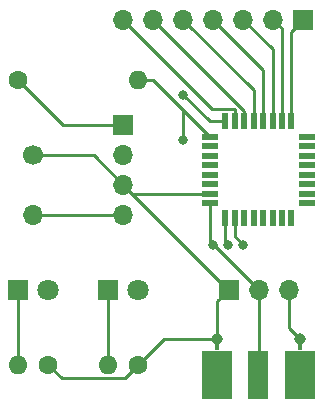
<source format=gbr>
%TF.GenerationSoftware,KiCad,Pcbnew,(6.0.5)*%
%TF.CreationDate,2022-08-05T22:50:17+10:00*%
%TF.ProjectId,stm8_target,73746d38-5f74-4617-9267-65742e6b6963,rev?*%
%TF.SameCoordinates,Original*%
%TF.FileFunction,Copper,L1,Top*%
%TF.FilePolarity,Positive*%
%FSLAX46Y46*%
G04 Gerber Fmt 4.6, Leading zero omitted, Abs format (unit mm)*
G04 Created by KiCad (PCBNEW (6.0.5)) date 2022-08-05 22:50:17*
%MOMM*%
%LPD*%
G01*
G04 APERTURE LIST*
%TA.AperFunction,ComponentPad*%
%ADD10C,1.600000*%
%TD*%
%TA.AperFunction,ComponentPad*%
%ADD11O,1.600000X1.600000*%
%TD*%
%TA.AperFunction,ComponentPad*%
%ADD12R,1.800000X1.800000*%
%TD*%
%TA.AperFunction,ComponentPad*%
%ADD13C,1.800000*%
%TD*%
%TA.AperFunction,ComponentPad*%
%ADD14R,1.700000X1.700000*%
%TD*%
%TA.AperFunction,ComponentPad*%
%ADD15O,1.700000X1.700000*%
%TD*%
%TA.AperFunction,SMDPad,CuDef*%
%ADD16R,1.473200X0.508000*%
%TD*%
%TA.AperFunction,SMDPad,CuDef*%
%ADD17R,0.508000X1.473200*%
%TD*%
%TA.AperFunction,SMDPad,CuDef*%
%ADD18R,1.780000X4.190000*%
%TD*%
%TA.AperFunction,ComponentPad*%
%ADD19C,0.970000*%
%TD*%
%TA.AperFunction,SMDPad,CuDef*%
%ADD20R,2.665000X4.190000*%
%TD*%
%TA.AperFunction,SMDPad,CuDef*%
%ADD21R,0.460000X0.890000*%
%TD*%
%TA.AperFunction,ComponentPad*%
%ADD22C,1.700000*%
%TD*%
%TA.AperFunction,ViaPad*%
%ADD23C,0.800000*%
%TD*%
%TA.AperFunction,Conductor*%
%ADD24C,0.250000*%
%TD*%
G04 APERTURE END LIST*
D10*
%TO.P,R3,1*%
%TO.N,GND*%
X76200000Y-110490000D03*
D11*
%TO.P,R3,2*%
%TO.N,Net-(D2-Pad1)*%
X73660000Y-110490000D03*
%TD*%
D10*
%TO.P,R2,1*%
%TO.N,GND*%
X83820000Y-110490000D03*
D11*
%TO.P,R2,2*%
%TO.N,Net-(D1-Pad1)*%
X81280000Y-110490000D03*
%TD*%
D12*
%TO.P,D2,1,K*%
%TO.N,Net-(D2-Pad1)*%
X73660000Y-104140000D03*
D13*
%TO.P,D2,2,A*%
%TO.N,PD1*%
X76200000Y-104140000D03*
%TD*%
D12*
%TO.P,D1,1,K*%
%TO.N,Net-(D1-Pad1)*%
X81280000Y-104140000D03*
D13*
%TO.P,D1,2,A*%
%TO.N,PD0*%
X83820000Y-104140000D03*
%TD*%
D14*
%TO.P,J4,1,Pin_1*%
%TO.N,GND*%
X91455000Y-104140000D03*
D15*
%TO.P,J4,2,Pin_2*%
%TO.N,VCC*%
X93995000Y-104140000D03*
%TO.P,J4,3,Pin_3*%
%TO.N,GND*%
X96535000Y-104140000D03*
%TD*%
D16*
%TO.P,U1,1,NRST/PA1*%
%TO.N,RESET*%
X89865200Y-91180001D03*
%TO.P,U1,2,PA2*%
%TO.N,unconnected-(U1-Pad2)*%
X89865200Y-91979999D03*
%TO.P,U1,3,PA3*%
%TO.N,unconnected-(U1-Pad3)*%
X89865200Y-92780000D03*
%TO.P,U1,4,PA4*%
%TO.N,unconnected-(U1-Pad4)*%
X89865200Y-93580001D03*
%TO.P,U1,5,PA5*%
%TO.N,unconnected-(U1-Pad5)*%
X89865200Y-94379999D03*
%TO.P,U1,6,PA6/COMP_REF*%
%TO.N,unconnected-(U1-Pad6)*%
X89865200Y-95180000D03*
%TO.P,U1,7,VSS*%
%TO.N,GND*%
X89865200Y-95979999D03*
%TO.P,U1,8,VDD*%
%TO.N,VCC*%
X89865200Y-96779999D03*
D17*
%TO.P,U1,9,PD0*%
%TO.N,PD0*%
X91180001Y-98094800D03*
%TO.P,U1,10,PD1*%
%TO.N,PD1*%
X91979999Y-98094800D03*
%TO.P,U1,11,PD2*%
%TO.N,unconnected-(U1-Pad11)*%
X92780000Y-98094800D03*
%TO.P,U1,12,PD3*%
%TO.N,unconnected-(U1-Pad12)*%
X93580001Y-98094800D03*
%TO.P,U1,13,PB0*%
%TO.N,unconnected-(U1-Pad13)*%
X94379999Y-98094800D03*
%TO.P,U1,14,PB1*%
%TO.N,unconnected-(U1-Pad14)*%
X95180000Y-98094800D03*
%TO.P,U1,15,PB2*%
%TO.N,unconnected-(U1-Pad15)*%
X95979999Y-98094800D03*
%TO.P,U1,16,PB3*%
%TO.N,unconnected-(U1-Pad16)*%
X96779999Y-98094800D03*
D16*
%TO.P,U1,17,PB4*%
%TO.N,unconnected-(U1-Pad17)*%
X98094800Y-96779999D03*
%TO.P,U1,18,PB5*%
%TO.N,unconnected-(U1-Pad18)*%
X98094800Y-95980001D03*
%TO.P,U1,19,PB6*%
%TO.N,unconnected-(U1-Pad19)*%
X98094800Y-95180000D03*
%TO.P,U1,20,PB7*%
%TO.N,unconnected-(U1-Pad20)*%
X98094800Y-94379999D03*
%TO.P,U1,21,PD4*%
%TO.N,unconnected-(U1-Pad21)*%
X98094800Y-93580001D03*
%TO.P,U1,22,PD5*%
%TO.N,unconnected-(U1-Pad22)*%
X98094800Y-92780000D03*
%TO.P,U1,23,PD6*%
%TO.N,unconnected-(U1-Pad23)*%
X98094800Y-91980001D03*
%TO.P,U1,24,PD7*%
%TO.N,unconnected-(U1-Pad24)*%
X98094800Y-91180001D03*
D17*
%TO.P,U1,25,PC0*%
%TO.N,Net-(J2-Pad1)*%
X96779999Y-89865200D03*
%TO.P,U1,26,PC1*%
%TO.N,Net-(J2-Pad2)*%
X95980001Y-89865200D03*
%TO.P,U1,27,PC2*%
%TO.N,Net-(J2-Pad3)*%
X95180000Y-89865200D03*
%TO.P,U1,28,PC3*%
%TO.N,Net-(J2-Pad4)*%
X94379999Y-89865200D03*
%TO.P,U1,29,PC4*%
%TO.N,Net-(J2-Pad5)*%
X93580001Y-89865200D03*
%TO.P,U1,30,PC5*%
%TO.N,Net-(J2-Pad6)*%
X92780000Y-89865200D03*
%TO.P,U1,31,PC6*%
%TO.N,Net-(J2-Pad7)*%
X91980001Y-89865200D03*
%TO.P,U1,32,PA0*%
%TO.N,SWIM*%
X91180001Y-89865200D03*
%TD*%
D10*
%TO.P,R1,1*%
%TO.N,VCC*%
X73660000Y-86360000D03*
D11*
%TO.P,R1,2*%
%TO.N,RESET*%
X83820000Y-86360000D03*
%TD*%
D14*
%TO.P,J1,1,Pin_1*%
%TO.N,VCC*%
X82550000Y-90170000D03*
D15*
%TO.P,J1,2,Pin_2*%
%TO.N,SWIM*%
X82550000Y-92710000D03*
%TO.P,J1,3,Pin_3*%
%TO.N,GND*%
X82550000Y-95250000D03*
%TO.P,J1,4,Pin_4*%
%TO.N,RESET*%
X82550000Y-97790000D03*
%TD*%
D18*
%TO.P,J3,1,In*%
%TO.N,VCC*%
X93980000Y-111305000D03*
D19*
%TO.P,J3,2,Ext*%
%TO.N,GND*%
X97472500Y-108320000D03*
D20*
X97472500Y-111305000D03*
D19*
X90487500Y-108320000D03*
D21*
X97472500Y-108765000D03*
D20*
X90487500Y-111305000D03*
D21*
X90487500Y-108765000D03*
%TD*%
D22*
%TO.P,SW1,1*%
%TO.N,GND*%
X74930000Y-92725000D03*
D15*
%TO.P,SW1,2*%
%TO.N,RESET*%
X74930000Y-97805000D03*
%TD*%
D14*
%TO.P,J2,1,Pin_1*%
%TO.N,Net-(J2-Pad1)*%
X97795000Y-81280000D03*
D15*
%TO.P,J2,2,Pin_2*%
%TO.N,Net-(J2-Pad2)*%
X95255000Y-81280000D03*
%TO.P,J2,3,Pin_3*%
%TO.N,Net-(J2-Pad3)*%
X92715000Y-81280000D03*
%TO.P,J2,4,Pin_4*%
%TO.N,Net-(J2-Pad4)*%
X90175000Y-81280000D03*
%TO.P,J2,5,Pin_5*%
%TO.N,Net-(J2-Pad5)*%
X87635000Y-81280000D03*
%TO.P,J2,6,Pin_6*%
%TO.N,Net-(J2-Pad6)*%
X85095000Y-81280000D03*
%TO.P,J2,7,Pin_7*%
%TO.N,Net-(J2-Pad7)*%
X82555000Y-81280000D03*
%TD*%
D23*
%TO.N,PD1*%
X92710000Y-100330000D03*
%TO.N,PD0*%
X91440000Y-100330000D03*
%TO.N,VCC*%
X90170000Y-100330000D03*
%TO.N,SWIM*%
X87630000Y-87630000D03*
%TO.N,RESET*%
X87630000Y-91440000D03*
%TD*%
D24*
%TO.N,PD1*%
X91979999Y-99599999D02*
X91979999Y-98094800D01*
X92710000Y-100330000D02*
X91979999Y-99599999D01*
%TO.N,PD0*%
X91180001Y-100070001D02*
X91440000Y-100330000D01*
X91180001Y-98094800D02*
X91180001Y-100070001D01*
%TO.N,GND*%
X90487500Y-108320000D02*
X85990000Y-108320000D01*
X85990000Y-108320000D02*
X83820000Y-110490000D01*
X82695489Y-111614511D02*
X83820000Y-110490000D01*
X77324511Y-111614511D02*
X82695489Y-111614511D01*
X76200000Y-110490000D02*
X77324511Y-111614511D01*
%TO.N,Net-(D1-Pad1)*%
X81280000Y-104140000D02*
X81280000Y-110490000D01*
%TO.N,Net-(D2-Pad1)*%
X73660000Y-104140000D02*
X73660000Y-110490000D01*
%TO.N,VCC*%
X93995000Y-104140000D02*
X93995000Y-111290000D01*
X90170000Y-100330000D02*
X90185000Y-100330000D01*
X90185000Y-100330000D02*
X93995000Y-104140000D01*
X89865200Y-100025200D02*
X89865200Y-96779999D01*
X90170000Y-100330000D02*
X89865200Y-100025200D01*
X93995000Y-111290000D02*
X93980000Y-111305000D01*
X82550000Y-90170000D02*
X77470000Y-90170000D01*
X77470000Y-90170000D02*
X73660000Y-86360000D01*
%TO.N,SWIM*%
X89865200Y-89865200D02*
X87630000Y-87630000D01*
X91180001Y-89865200D02*
X89865200Y-89865200D01*
%TO.N,GND*%
X91455000Y-104140000D02*
X91440000Y-104140000D01*
X96535000Y-104140000D02*
X96535000Y-107382500D01*
X74930000Y-92725000D02*
X80025000Y-92725000D01*
X80025000Y-92725000D02*
X82550000Y-95250000D01*
X96535000Y-107382500D02*
X97472500Y-108320000D01*
X83279999Y-95979999D02*
X89865200Y-95979999D01*
X90487500Y-105107500D02*
X91455000Y-104140000D01*
X82550000Y-95250000D02*
X83279999Y-95979999D01*
X90487500Y-108320000D02*
X90487500Y-105107500D01*
X91440000Y-104140000D02*
X82550000Y-95250000D01*
%TO.N,RESET*%
X85067599Y-86382401D02*
X89865200Y-91180001D01*
X87630000Y-91440000D02*
X87630000Y-88944802D01*
X85045199Y-86360000D02*
X85067599Y-86382401D01*
X87630000Y-88944802D02*
X85067599Y-86382401D01*
X74930000Y-97805000D02*
X82535000Y-97805000D01*
X83820000Y-86360000D02*
X85045199Y-86360000D01*
X82535000Y-97805000D02*
X82550000Y-97790000D01*
%TO.N,Net-(J2-Pad1)*%
X96779999Y-82295001D02*
X97795000Y-81280000D01*
X96779999Y-89865200D02*
X96779999Y-82295001D01*
%TO.N,Net-(J2-Pad2)*%
X95980001Y-89865200D02*
X95980001Y-82005001D01*
X95980001Y-82005001D02*
X95255000Y-81280000D01*
%TO.N,Net-(J2-Pad3)*%
X95180000Y-89865200D02*
X95180000Y-83745000D01*
X95180000Y-83745000D02*
X92715000Y-81280000D01*
%TO.N,Net-(J2-Pad4)*%
X94379999Y-85484999D02*
X90175000Y-81280000D01*
X94379999Y-89865200D02*
X94379999Y-85484999D01*
%TO.N,Net-(J2-Pad5)*%
X93580001Y-87225001D02*
X87635000Y-81280000D01*
X93580001Y-89865200D02*
X93580001Y-87225001D01*
%TO.N,Net-(J2-Pad6)*%
X92780000Y-89865200D02*
X92780000Y-88965000D01*
X92780000Y-88965000D02*
X85095000Y-81280000D01*
%TO.N,Net-(J2-Pad7)*%
X91983371Y-88804089D02*
X91983371Y-89861830D01*
X82555000Y-81280000D02*
X90079089Y-88804089D01*
X90079089Y-88804089D02*
X91983371Y-88804089D01*
X91983371Y-89861830D02*
X91980001Y-89865200D01*
%TD*%
M02*

</source>
